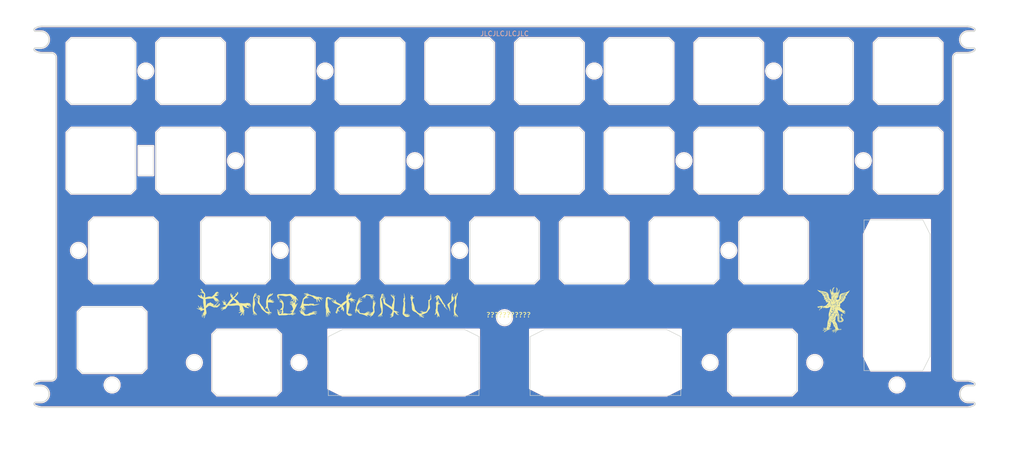
<source format=kicad_pcb>
(kicad_pcb (version 20221018) (generator pcbnew)
  (layers (0 "F.Cu" signal) (31 "B.Cu" signal) (34 "B.Paste" user) (35 "F.Paste" user) (36 "B.SilkS" user "B.Silkscreen") (37 "F.SilkS" user "F.Silkscreen") (38 "B.Mask" user) (39 "F.Mask" user) (44 "Edge.Cuts" user))
  (net 0 "")
  (net 1 "GND")
  (footprint "cipulot_parts:ecs_plate_cut_1U" (layer "F.Cu") (at 41.275 33.3375)
    (fp_text reference "REF**")
    (fp_text value "Value " hide)
    (fp_line (start -7.3 -6) (end -7.3 6) (stroke (width 0.12)) (layer "Edge.Cuts"))
    (fp_line (start -7.3 6) (end -6.3 7) (stroke (width 0.12)) (layer "Edge.Cuts"))
    (fp_line (start -6.3 -7) (end -7.3 -6) (stroke (width 0.12)) (layer "Edge.Cuts"))
    (fp_line (start -6.3 7) (end 6.3 7) (stroke (width 0.12)) (layer "Edge.Cuts"))
    (fp_line (start 6.3 -7) (end -6.3 -7) (stroke (width 0.12)) (layer "Edge.Cuts"))
    (fp_line (start 6.3 -7) (end 7.3 -6) (stroke (width 0.12)) (layer "Edge.Cuts"))
    (fp_line (start 6.3 7) (end 7.3 6) (stroke (width 0.12)) (layer "Edge.Cuts"))
    (fp_line (start 7.3 6) (end 7.3 -6) (stroke (width 0.12)) (layer "Edge.Cuts"))
  )
  (footprint "cipulot_parts:ecs_plate_cut_1U" (layer "F.Cu") (at 60.325 52.3875)
    (fp_text reference "REF**")
    (fp_text value "Value " hide)
    (fp_line (start -7.3 -6) (end -7.3 6) (stroke (width 0.12)) (layer "Edge.Cuts"))
    (fp_line (start -7.3 6) (end -6.3 7) (stroke (width 0.12)) (layer "Edge.Cuts"))
    (fp_line (start -6.3 -7) (end -7.3 -6) (stroke (width 0.12)) (layer "Edge.Cuts"))
    (fp_line (start -6.3 7) (end 6.3 7) (stroke (width 0.12)) (layer "Edge.Cuts"))
    (fp_line (start 6.3 -7) (end -6.3 -7) (stroke (width 0.12)) (layer "Edge.Cuts"))
    (fp_line (start 6.3 -7) (end 7.3 -6) (stroke (width 0.12)) (layer "Edge.Cuts"))
    (fp_line (start 6.3 7) (end 7.3 6) (stroke (width 0.12)) (layer "Edge.Cuts"))
    (fp_line (start 7.3 6) (end 7.3 -6) (stroke (width 0.12)) (layer "Edge.Cuts"))
  )
  (footprint "cipulot_parts:ecs_plate_cut_1U" (layer "F.Cu") (at 60.325 33.3375)
    (fp_text reference "REF**")
    (fp_text value "Value " hide)
    (fp_line (start -7.3 -6) (end -7.3 6) (stroke (width 0.12)) (layer "Edge.Cuts"))
    (fp_line (start -7.3 6) (end -6.3 7) (stroke (width 0.12)) (layer "Edge.Cuts"))
    (fp_line (start -6.3 -7) (end -7.3 -6) (stroke (width 0.12)) (layer "Edge.Cuts"))
    (fp_line (start -6.3 7) (end 6.3 7) (stroke (width 0.12)) (layer "Edge.Cuts"))
    (fp_line (start 6.3 -7) (end -6.3 -7) (stroke (width 0.12)) (layer "Edge.Cuts"))
    (fp_line (start 6.3 -7) (end 7.3 -6) (stroke (width 0.12)) (layer "Edge.Cuts"))
    (fp_line (start 6.3 7) (end 7.3 6) (stroke (width 0.12)) (layer "Edge.Cuts"))
    (fp_line (start 7.3 6) (end 7.3 -6) (stroke (width 0.12)) (layer "Edge.Cuts"))
  )
  (footprint "cipulot_parts:ecs_plate_cut_1U" (layer "F.Cu") (at 212.725 33.3375)
    (fp_text reference "REF**")
    (fp_text value "Value " hide)
    (fp_line (start -7.3 -6) (end -7.3 6) (stroke (width 0.12)) (layer "Edge.Cuts"))
    (fp_line (start -7.3 6) (end -6.3 7) (stroke (width 0.12)) (layer "Edge.Cuts"))
    (fp_line (start -6.3 -7) (end -7.3 -6) (stroke (width 0.12)) (layer "Edge.Cuts"))
    (fp_line (start -6.3 7) (end 6.3 7) (stroke (width 0.12)) (layer "Edge.Cuts"))
    (fp_line (start 6.3 -7) (end -6.3 -7) (stroke (width 0.12)) (layer "Edge.Cuts"))
    (fp_line (start 6.3 -7) (end 7.3 -6) (stroke (width 0.12)) (layer "Edge.Cuts"))
    (fp_line (start 6.3 7) (end 7.3 6) (stroke (width 0.12)) (layer "Edge.Cuts"))
    (fp_line (start 7.3 6) (end 7.3 -6) (stroke (width 0.12)) (layer "Edge.Cuts"))
  )
  (footprint "cipulot_parts:ecs_plate_cut_1U" (layer "F.Cu") (at 146.05 71.4375)
    (fp_text reference "REF**")
    (fp_text value "Value " hide)
    (fp_line (start -7.3 -6) (end -7.3 6) (stroke (width 0.12)) (layer "Edge.Cuts"))
    (fp_line (start -7.3 6) (end -6.3 7) (stroke (width 0.12)) (layer "Edge.Cuts"))
    (fp_line (start -6.3 -7) (end -7.3 -6) (stroke (width 0.12)) (layer "Edge.Cuts"))
    (fp_line (start -6.3 7) (end 6.3 7) (stroke (width 0.12)) (layer "Edge.Cuts"))
    (fp_line (start 6.3 -7) (end -6.3 -7) (stroke (width 0.12)) (layer "Edge.Cuts"))
    (fp_line (start 6.3 -7) (end 7.3 -6) (stroke (width 0.12)) (layer "Edge.Cuts"))
    (fp_line (start 6.3 7) (end 7.3 6) (stroke (width 0.12)) (layer "Edge.Cuts"))
    (fp_line (start 7.3 6) (end 7.3 -6) (stroke (width 0.12)) (layer "Edge.Cuts"))
  )
  (footprint "cipulot_parts:ecs_plate_cut_1U" (layer "F.Cu") (at 46.0375 71.4375)
    (fp_text reference "REF**")
    (fp_text value "Value " hide)
    (fp_line (start -7.3 -6) (end -7.3 6) (stroke (width 0.12)) (layer "Edge.Cuts"))
    (fp_line (start -7.3 6) (end -6.3 7) (stroke (width 0.12)) (layer "Edge.Cuts"))
    (fp_line (start -6.3 -7) (end -7.3 -6) (stroke (width 0.12)) (layer "Edge.Cuts"))
    (fp_line (start -6.3 7) (end 6.3 7) (stroke (width 0.12)) (layer "Edge.Cuts"))
    (fp_line (start 6.3 -7) (end -6.3 -7) (stroke (width 0.12)) (layer "Edge.Cuts"))
    (fp_line (start 6.3 -7) (end 7.3 -6) (stroke (width 0.12)) (layer "Edge.Cuts"))
    (fp_line (start 6.3 7) (end 7.3 6) (stroke (width 0.12)) (layer "Edge.Cuts"))
    (fp_line (start 7.3 6) (end 7.3 -6) (stroke (width 0.12)) (layer "Edge.Cuts"))
  )
  (footprint "LOGO" (layer "F.Cu") (at 196.85 84.1375)
    (fp_text reference "G***" hide)
    (fp_text value "LOGO" hide)
  )
  (footprint "cipulot_parts:ecs_plate_cut_1U" (layer "F.Cu") (at 88.9 71.4375)
    (fp_text reference "REF**")
    (fp_text value "Value " hide)
    (fp_line (start -7.3 -6) (end -7.3 6) (stroke (width 0.12)) (layer "Edge.Cuts"))
    (fp_line (start -7.3 6) (end -6.3 7) (stroke (width 0.12)) (layer "Edge.Cuts"))
    (fp_line (start -6.3 -7) (end -7.3 -6) (stroke (width 0.12)) (layer "Edge.Cuts"))
    (fp_line (start -6.3 7) (end 6.3 7) (stroke (width 0.12)) (layer "Edge.Cuts"))
    (fp_line (start 6.3 -7) (end -6.3 -7) (stroke (width 0.12)) (layer "Edge.Cuts"))
    (fp_line (start 6.3 -7) (end 7.3 -6) (stroke (width 0.12)) (layer "Edge.Cuts"))
    (fp_line (start 6.3 7) (end 7.3 6) (stroke (width 0.12)) (layer "Edge.Cuts"))
    (fp_line (start 7.3 6) (end 7.3 -6) (stroke (width 0.12)) (layer "Edge.Cuts"))
  )
  (footprint "cipulot_parts:ecs_plate_cut_1U" (layer "F.Cu") (at 117.475 33.3375)
    (fp_text reference "REF**")
    (fp_text value "Value " hide)
    (fp_line (start -7.3 -6) (end -7.3 6) (stroke (width 0.12)) (layer "Edge.Cuts"))
    (fp_line (start -7.3 6) (end -6.3 7) (stroke (width 0.12)) (layer "Edge.Cuts"))
    (fp_line (start -6.3 -7) (end -7.3 -6) (stroke (width 0.12)) (layer "Edge.Cuts"))
    (fp_line (start -6.3 7) (end 6.3 7) (stroke (width 0.12)) (layer "Edge.Cuts"))
    (fp_line (start 6.3 -7) (end -6.3 -7) (stroke (width 0.12)) (layer "Edge.Cuts"))
    (fp_line (start 6.3 -7) (end 7.3 -6) (stroke (width 0.12)) (layer "Edge.Cuts"))
    (fp_line (start 6.3 7) (end 7.3 6) (stroke (width 0.12)) (layer "Edge.Cuts"))
    (fp_line (start 7.3 6) (end 7.3 -6) (stroke (width 0.12)) (layer "Edge.Cuts"))
  )
  (footprint "cipulot_parts:ecs_plate_cut_1U" (layer "F.Cu") (at 79.375 52.3875)
    (fp_text reference "REF**")
    (fp_text value "Value " hide)
    (fp_line (start -7.3 -6) (end -7.3 6) (stroke (width 0.12)) (layer "Edge.Cuts"))
    (fp_line (start -7.3 6) (end -6.3 7) (stroke (width 0.12)) (layer "Edge.Cuts"))
    (fp_line (start -6.3 -7) (end -7.3 -6) (stroke (width 0.12)) (layer "Edge.Cuts"))
    (fp_line (start -6.3 7) (end 6.3 7) (stroke (width 0.12)) (layer "Edge.Cuts"))
    (fp_line (start 6.3 -7) (end -6.3 -7) (stroke (width 0.12)) (layer "Edge.Cuts"))
    (fp_line (start 6.3 -7) (end 7.3 -6) (stroke (width 0.12)) (layer "Edge.Cuts"))
    (fp_line (start 6.3 7) (end 7.3 6) (stroke (width 0.12)) (layer "Edge.Cuts"))
    (fp_line (start 7.3 6) (end 7.3 -6) (stroke (width 0.12)) (layer "Edge.Cuts"))
  )
  (footprint "cipulot_parts:ecs_plate_cut_1U" (layer "F.Cu") (at 193.675 52.3875)
    (fp_text reference "REF**")
    (fp_text value "Value " hide)
    (fp_line (start -7.3 -6) (end -7.3 6) (stroke (width 0.12)) (layer "Edge.Cuts"))
    (fp_line (start -7.3 6) (end -6.3 7) (stroke (width 0.12)) (layer "Edge.Cuts"))
    (fp_line (start -6.3 -7) (end -7.3 -6) (stroke (width 0.12)) (layer "Edge.Cuts"))
    (fp_line (start -6.3 7) (end 6.3 7) (stroke (width 0.12)) (layer "Edge.Cuts"))
    (fp_line (start 6.3 -7) (end -6.3 -7) (stroke (width 0.12)) (layer "Edge.Cuts"))
    (fp_line (start 6.3 -7) (end 7.3 -6) (stroke (width 0.12)) (layer "Edge.Cuts"))
    (fp_line (start 6.3 7) (end 7.3 6) (stroke (width 0.12)) (layer "Edge.Cuts"))
    (fp_line (start 7.3 6) (end 7.3 -6) (stroke (width 0.12)) (layer "Edge.Cuts"))
  )
  (footprint "cipulot_parts:ecs_plate_cut_1U" (layer "F.Cu") (at 98.425 52.3875)
    (fp_text reference "REF**")
    (fp_text value "Value " hide)
    (fp_line (start -7.3 -6) (end -7.3 6) (stroke (width 0.12)) (layer "Edge.Cuts"))
    (fp_line (start -7.3 6) (end -6.3 7) (stroke (width 0.12)) (layer "Edge.Cuts"))
    (fp_line (start -6.3 -7) (end -7.3 -6) (stroke (width 0.12)) (layer "Edge.Cuts"))
    (fp_line (start -6.3 7) (end 6.3 7) (stroke (width 0.12)) (layer "Edge.Cuts"))
    (fp_line (start 6.3 -7) (end -6.3 -7) (stroke (width 0.12)) (layer "Edge.Cuts"))
    (fp_line (start 6.3 -7) (end 7.3 -6) (stroke (width 0.12)) (layer "Edge.Cuts"))
    (fp_line (start 6.3 7) (end 7.3 6) (stroke (width 0.12)) (layer "Edge.Cuts"))
    (fp_line (start 7.3 6) (end 7.3 -6) (stroke (width 0.12)) (layer "Edge.Cuts"))
  )
  (footprint "cipulot_parts:ecs_plate_cut_1U" (layer "F.Cu") (at 107.95 71.4375)
    (fp_text reference "REF**")
    (fp_text value "Value " hide)
    (fp_line (start -7.3 -6) (end -7.3 6) (stroke (width 0.12)) (layer "Edge.Cuts"))
    (fp_line (start -7.3 6) (end -6.3 7) (stroke (width 0.12)) (layer "Edge.Cuts"))
    (fp_line (start -6.3 -7) (end -7.3 -6) (stroke (width 0.12)) (layer "Edge.Cuts"))
    (fp_line (start -6.3 7) (end 6.3 7) (stroke (width 0.12)) (layer "Edge.Cuts"))
    (fp_line (start 6.3 -7) (end -6.3 -7) (stroke (width 0.12)) (layer "Edge.Cuts"))
    (fp_line (start 6.3 -7) (end 7.3 -6) (stroke (width 0.12)) (layer "Edge.Cuts"))
    (fp_line (start 6.3 7) (end 7.3 6) (stroke (width 0.12)) (layer "Edge.Cuts"))
    (fp_line (start 7.3 6) (end 7.3 -6) (stroke (width 0.12)) (layer "Edge.Cuts"))
  )
  (footprint "LOGO" (layer "F.Cu") (at 88.9 82.55)
    (fp_text reference "G***" hide)
    (fp_text value "LOGO" hide)
  )
  (footprint "cipulot_parts:ecs_plate_cut_1U" (layer "F.Cu") (at 72.23125 95.25)
    (fp_text reference "REF**")
    (fp_text value "Value " hide)
    (fp_line (start -7.3 -6) (end -7.3 6) (stroke (width 0.12)) (layer "Edge.Cuts"))
    (fp_line (start -7.3 6) (end -6.3 7) (stroke (width 0.12)) (layer "Edge.Cuts"))
    (fp_line (start -6.3 -7) (end -7.3 -6) (stroke (width 0.12)) (layer "Edge.Cuts"))
    (fp_line (start -6.3 7) (end 6.3 7) (stroke (width 0.12)) (layer "Edge.Cuts"))
    (fp_line (start 6.3 -7) (end -6.3 -7) (stroke (width 0.12)) (layer "Edge.Cuts"))
    (fp_line (start 6.3 -7) (end 7.3 -6) (stroke (width 0.12)) (layer "Edge.Cuts"))
    (fp_line (start 6.3 7) (end 7.3 6) (stroke (width 0.12)) (layer "Edge.Cuts"))
    (fp_line (start 7.3 6) (end 7.3 -6) (stroke (width 0.12)) (layer "Edge.Cuts"))
  )
  (footprint "cipulot_parts:ecs_plate_cut_1U" (layer "F.Cu") (at 174.625 33.3375)
    (fp_text reference "REF**")
    (fp_text value "Value " hide)
    (fp_line (start -7.3 -6) (end -7.3 6) (stroke (width 0.12)) (layer "Edge.Cuts"))
    (fp_line (start -7.3 6) (end -6.3 7) (stroke (width 0.12)) (layer "Edge.Cuts"))
    (fp_line (start -6.3 -7) (end -7.3 -6) (stroke (width 0.12)) (layer "Edge.Cuts"))
    (fp_line (start -6.3 7) (end 6.3 7) (stroke (width 0.12)) (layer "Edge.Cuts"))
    (fp_line (start 6.3 -7) (end -6.3 -7) (stroke (width 0.12)) (layer "Edge.Cuts"))
    (fp_line (start 6.3 -7) (end 7.3 -6) (stroke (width 0.12)) (layer "Edge.Cuts"))
    (fp_line (start 6.3 7) (end 7.3 6) (stroke (width 0.12)) (layer "Edge.Cuts"))
    (fp_line (start 7.3 6) (end 7.3 -6) (stroke (width 0.12)) (layer "Edge.Cuts"))
  )
  (footprint "cipulot_parts:ecs_plate_cut_1U" (layer "F.Cu") (at 69.85 71.4375)
    (fp_text reference "REF**")
    (fp_text value "Value " hide)
    (fp_line (start -7.3 -6) (end -7.3 6) (stroke (width 0.12)) (layer "Edge.Cuts"))
    (fp_line (start -7.3 6) (end -6.3 7) (stroke (width 0.12)) (layer "Edge.Cuts"))
    (fp_line (start -6.3 -7) (end -7.3 -6) (stroke (width 0.12)) (layer "Edge.Cuts"))
    (fp_line (start -6.3 7) (end 6.3 7) (stroke (width 0.12)) (layer "Edge.Cuts"))
    (fp_line (start 6.3 -7) (end -6.3 -7) (stroke (width 0.12)) (layer "Edge.Cuts"))
    (fp_line (start 6.3 -7) (end 7.3 -6) (stroke (width 0.12)) (layer "Edge.Cuts"))
    (fp_line (start 6.3 7) (end 7.3 6) (stroke (width 0.12)) (layer "Edge.Cuts"))
    (fp_line (start 7.3 6) (end 7.3 -6) (stroke (width 0.12)) (layer "Edge.Cuts"))
  )
  (footprint "cipulot_parts:ecs_plate_cut_1U" (layer "F.Cu") (at 43.65625 90.4875)
    (fp_text reference "REF**")
    (fp_text value "Value " hide)
    (fp_line (start -7.3 -6) (end -7.3 6) (stroke (width 0.12)) (layer "Edge.Cuts"))
    (fp_line (start -7.3 6) (end -6.3 7) (stroke (width 0.12)) (layer "Edge.Cuts"))
    (fp_line (start -6.3 -7) (end -7.3 -6) (stroke (width 0.12)) (layer "Edge.Cuts"))
    (fp_line (start -6.3 7) (end 6.3 7) (stroke (width 0.12)) (layer "Edge.Cuts"))
    (fp_line (start 6.3 -7) (end -6.3 -7) (stroke (width 0.12)) (layer "Edge.Cuts"))
    (fp_line (start 6.3 -7) (end 7.3 -6) (stroke (width 0.12)) (layer "Edge.Cuts"))
    (fp_line (start 6.3 7) (end 7.3 6) (stroke (width 0.12)) (layer "Edge.Cuts"))
    (fp_line (start 7.3 6) (end 7.3 -6) (stroke (width 0.12)) (layer "Edge.Cuts"))
  )
  (footprint "cipulot_parts:ecs_plate_cut_2U" (layer "F.Cu") (at 148.43125 95.25 180)
    (fp_text reference "REF**")
    (fp_text value "Value " hide)
    (fp_line (start -16 -7) (end 16 -7) (stroke (width 0.12)) (layer "Edge.Cuts"))
    (fp_line (start -16 0) (end -16 -7) (stroke (width 0.12)) (layer "Edge.Cuts"))
    (fp_line (start -16 0) (end -16 5.5) (stroke (width 0.12)) (layer "Edge.Cuts"))
    (fp_line (start -16 5.5) (end -13 7) (stroke (width 0.12)) (layer "Edge.Cuts"))
    (fp_line (start 13 7) (end -13 7) (stroke (width 0.12)) (layer "Edge.Cuts"))
    (fp_line (start 16 -7) (end 16 0) (stroke (width 0.12)) (layer "Edge.Cuts"))
    (fp_line (start 16 0) (end 16 5.5) (stroke (width 0.12)) (layer "Edge.Cuts"))
    (fp_line (start 16 5.5) (end 13 7) (stroke (width 0.12)) (layer "Edge.Cuts"))
  )
  (footprint "cipulot_parts:ecs_plate_cut_2U" (layer "F.Cu") (at 210.34375 80.9625 90)
    (fp_text reference "REF**")
    (fp_text value "Value " hide)
    (fp_line (start -16 -7) (end 16 -7) (stroke (width 0.12)) (layer "Edge.Cuts"))
    (fp_line (start -16 0) (end -16 -7) (stroke (width 0.12)) (layer "Edge.Cuts"))
    (fp_line (start -16 0) (end -16 5.5) (stroke (width 0.12)) (layer "Edge.Cuts"))
    (fp_line (start -16 5.5) (end -13 7) (stroke (width 0.12)) (layer "Edge.Cuts"))
    (fp_line (start 13 7) (end -13 7) (stroke (width 0.12)) (layer "Edge.Cuts"))
    (fp_line (start 16 -7) (end 16 0) (stroke (width 0.12)) (layer "Edge.Cuts"))
    (fp_line (start 16 0) (end 16 5.5) (stroke (width 0.12)) (layer "Edge.Cuts"))
    (fp_line (start 16 5.5) (end 13 7) (stroke (width 0.12)) (layer "Edge.Cuts"))
  )
  (footprint "cipulot_parts:ecs_plate_cut_1U" (layer "F.Cu") (at 155.575 52.3875)
    (fp_text reference "REF**")
    (fp_text value "Value " hide)
    (fp_line (start -7.3 -6) (end -7.3 6) (stroke (width 0.12)) (layer "Edge.Cuts"))
    (fp_line (start -7.3 6) (end -6.3 7) (stroke (width 0.12)) (layer "Edge.Cuts"))
    (fp_line (start -6.3 -7) (end -7.3 -6) (stroke (width 0.12)) (layer "Edge.Cuts"))
    (fp_line (start -6.3 7) (end 6.3 7) (stroke (width 0.12)) (layer "Edge.Cuts"))
    (fp_line (start 6.3 -7) (end -6.3 -7) (stroke (width 0.12)) (layer "Edge.Cuts"))
    (fp_line (start 6.3 -7) (end 7.3 -6) (stroke (width 0.12)) (layer "Edge.Cuts"))
    (fp_line (start 6.3 7) (end 7.3 6) (stroke (width 0.12)) (layer "Edge.Cuts"))
    (fp_line (start 7.3 6) (end 7.3 -6) (stroke (width 0.12)) (layer "Edge.Cuts"))
  )
  (footprint "cipulot_parts:ecs_plate_cut_1U" (layer "F.Cu") (at 136.525 52.3875)
    (fp_text reference "REF**")
    (fp_text value "Value " hide)
    (fp_line (start -7.3 -6) (end -7.3 6) (stroke (width 0.12)) (layer "Edge.Cuts"))
    (fp_line (start -7.3 6) (end -6.3 7) (stroke (width 0.12)) (layer "Edge.Cuts"))
    (fp_line (start -6.3 -7) (end -7.3 -6) (stroke (width 0.12)) (layer "Edge.Cuts"))
    (fp_line (start -6.3 7) (end 6.3 7) (stroke (width 0.12)) (layer "Edge.Cuts"))
    (fp_line (start 6.3 -7) (end -6.3 -7) (stroke (width 0.12)) (layer "Edge.Cuts"))
    (fp_line (start 6.3 -7) (end 7.3 -6) (stroke (width 0.12)) (layer "Edge.Cuts"))
    (fp_line (start 6.3 7) (end 7.3 6) (stroke (width 0.12)) (layer "Edge.Cuts"))
    (fp_line (start 7.3 6) (end 7.3 -6) (stroke (width 0.12)) (layer "Edge.Cuts"))
  )
  (footprint "cipulot_parts:ecs_plate_cut_1U" (layer "F.Cu") (at 184.15 71.4375)
    (fp_text reference "REF**")
    (fp_text value "Value " hide)
    (fp_line (start -7.3 -6) (end -7.3 6) (stroke (width 0.12)) (layer "Edge.Cuts"))
    (fp_line (start -7.3 6) (end -6.3 7) (stroke (width 0.12)) (layer "Edge.Cuts"))
    (fp_line (start -6.3 -7) (end -7.3 -6) (stroke (width 0.12)) (layer "Edge.Cuts"))
    (fp_line (start -6.3 7) (end 6.3 7) (stroke (width 0.12)) (layer "Edge.Cuts"))
    (fp_line (start 6.3 -7) (end -6.3 -7) (stroke (width 0.12)) (layer "Edge.Cuts"))
    (fp_line (start 6.3 -7) (end 7.3 -6) (stroke (width 0.12)) (layer "Edge.Cuts"))
    (fp_line (start 6.3 7) (end 7.3 6) (stroke (width 0.12)) (layer "Edge.Cuts"))
    (fp_line (start 7.3 6) (end 7.3 -6) (stroke (width 0.12)) (layer "Edge.Cuts"))
  )
  (footprint "cipulot_parts:ecs_plate_cut_1U" (layer "F.Cu") (at 181.76875 95.25)
    (fp_text reference "REF**")
    (fp_text value "Value " hide)
    (fp_line (start -7.3 -6) (end -7.3 6) (stroke (width 0.12)) (layer "Edge.Cuts"))
    (fp_line (start -7.3 6) (end -6.3 7) (stroke (width 0.12)) (layer "Edge.Cuts"))
    (fp_line (start -6.3 -7) (end -7.3 -6) (stroke (width 0.12)) (layer "Edge.Cuts"))
    (fp_line (start -6.3 7) (end 6.3 7) (stroke (width 0.12)) (layer "Edge.Cuts"))
    (fp_line (start 6.3 -7) (end -6.3 -7) (stroke (width 0.12)) (layer "Edge.Cuts"))
    (fp_line (start 6.3 -7) (end 7.3 -6) (stroke (width 0.12)) (layer "Edge.Cuts"))
    (fp_line (start 6.3 7) (end 7.3 6) (stroke (width 0.12)) (layer "Edge.Cuts"))
    (fp_line (start 7.3 6) (end 7.3 -6) (stroke (width 0.12)) (layer "Edge.Cuts"))
  )
  (footprint "cipulot_parts:ecs_plate_cut_1U" (layer "F.Cu") (at 136.525 33.3375)
    (fp_text reference "REF**")
    (fp_text value "Value " hide)
    (fp_line (start -7.3 -6) (end -7.3 6) (stroke (width 0.12)) (layer "Edge.Cuts"))
    (fp_line (start -7.3 6) (end -6.3 7) (stroke (width 0.12)) (layer "Edge.Cuts"))
    (fp_line (start -6.3 -7) (end -7.3 -6) (stroke (width 0.12)) (layer "Edge.Cuts"))
    (fp_line (start -6.3 7) (end 6.3 7) (stroke (width 0.12)) (layer "Edge.Cuts"))
    (fp_line (start 6.3 -7) (end -6.3 -7) (stroke (width 0.12)) (layer "Edge.Cuts"))
    (fp_line (start 6.3 -7) (end 7.3 -6) (stroke (width 0.12)) (layer "Edge.Cuts"))
    (fp_line (start 6.3 7) (end 7.3 6) (stroke (width 0.12)) (layer "Edge.Cuts"))
    (fp_line (start 7.3 6) (end 7.3 -6) (stroke (width 0.12)) (layer "Edge.Cuts"))
  )
  (footprint "cipulot_parts:ecs_plate_cut_1U" (layer "F.Cu") (at 165.1 71.4375)
    (fp_text reference "REF**")
    (fp_text value "Value " hide)
    (fp_line (start -7.3 -6) (end -7.3 6) (stroke (width 0.12)) (layer "Edge.Cuts"))
    (fp_line (start -7.3 6) (end -6.3 7) (stroke (width 0.12)) (layer "Edge.Cuts"))
    (fp_line (start -6.3 -7) (end -7.3 -6) (stroke (width 0.12)) (layer "Edge.Cuts"))
    (fp_line (start -6.3 7) (end 6.3 7) (stroke (width 0.12)) (layer "Edge.Cuts"))
    (fp_line (start 6.3 -7) (end -6.3 -7) (stroke (width 0.12)) (layer "Edge.Cuts"))
    (fp_line (start 6.3 -7) (end 7.3 -6) (stroke (width 0.12)) (layer "Edge.Cuts"))
    (fp_line (start 6.3 7) (end 7.3 6) (stroke (width 0.12)) (layer "Edge.Cuts"))
    (fp_line (start 7.3 6) (end 7.3 -6) (stroke (width 0.12)) (layer "Edge.Cuts"))
  )
  (footprint "cipulot_parts:ecs_plate_cut_1U" (layer "F.Cu") (at 117.475 52.3875)
    (fp_text reference "REF**")
    (fp_text value "Value " hide)
    (fp_line (start -7.3 -6) (end -7.3 6) (stroke (width 0.12)) (layer "Edge.Cuts"))
    (fp_line (start -7.3 6) (end -6.3 7) (stroke (width 0.12)) (layer "Edge.Cuts"))
    (fp_line (start -6.3 -7) (end -7.3 -6) (stroke (width 0.12)) (layer "Edge.Cuts"))
    (fp_line (start -6.3 7) (end 6.3 7) (stroke (width 0.12)) (layer "Edge.Cuts"))
    (fp_line (start 6.3 -7) (end -6.3 -7) (stroke (width 0.12)) (layer "Edge.Cuts"))
    (fp_line (start 6.3 -7) (end 7.3 -6) (stroke (width 0.12)) (layer "Edge.Cuts"))
    (fp_line (start 6.3 7) (end 7.3 6) (stroke (width 0.12)) (layer "Edge.Cuts"))
    (fp_line (start 7.3 6) (end 7.3 -6) (stroke (width 0.12)) (layer "Edge.Cuts"))
  )
  (footprint "cipulot_parts:ecs_plate_cut_1U" (layer "F.Cu") (at 155.575 33.3375)
    (fp_text reference "REF**")
    (fp_text value "Value " hide)
    (fp_line (start -7.3 -6) (end -7.3 6) (stroke (width 0.12)) (layer "Edge.Cuts"))
    (fp_line (start -7.3 6) (end -6.3 7) (stroke (width 0.12)) (layer "Edge.Cuts"))
    (fp_line (start -6.3 -7) (end -7.3 -6) (stroke (width 0.12)) (layer "Edge.Cuts"))
    (fp_line (start -6.3 7) (end 6.3 7) (stroke (width 0.12)) (layer "Edge.Cuts"))
    (fp_line (start 6.3 -7) (end -6.3 -7) (stroke (width 0.12)) (layer "Edge.Cuts"))
    (fp_line (start 6.3 -7) (end 7.3 -6) (stroke (width 0.12)) (layer "Edge.Cuts"))
    (fp_line (start 6.3 7) (end 7.3 6) (stroke (width 0.12)) (layer "Edge.Cuts"))
    (fp_line (start 7.3 6) (end 7.3 -6) (stroke (width 0.12)) (layer "Edge.Cuts"))
  )
  (footprint "cipulot_parts:ecs_plate_cut_1U" (layer "F.Cu") (at 98.425 33.3375)
    (fp_text reference "REF**")
    (fp_text value "Value " hide)
    (fp_line (start -7.3 -6) (end -7.3 6) (stroke (width 0.12)) (layer "Edge.Cuts"))
    (fp_line (start -7.3 6) (end -6.3 7) (stroke (width 0.12)) (layer "Edge.Cuts"))
    (fp_line (start -6.3 -7) (end -7.3 -6) (stroke (width 0.12)) (layer "Edge.Cuts"))
    (fp_line (start -6.3 7) (end 6.3 7) (stroke (width 0.12)) (layer "Edge.Cuts"))
    (fp_line (start 6.3 -7) (end -6.3 -7) (stroke (width 0.12)) (layer "Edge.Cuts"))
    (fp_line (start 6.3 -7) (end 7.3 -6) (stroke (width 0.12)) (layer "Edge.Cuts"))
    (fp_line (start 6.3 7) (end 7.3 6) (stroke (width 0.12)) (layer "Edge.Cuts"))
    (fp_line (start 7.3 6) (end 7.3 -6) (stroke (width 0.12)) (layer "Edge.Cuts"))
  )
  (footprint "cipulot_parts:ecs_plate_cut_1U" (layer "F.Cu") (at 174.625 52.3875)
    (fp_text reference "REF**")
    (fp_text value "Value " hide)
    (fp_line (start -7.3 -6) (end -7.3 6) (stroke (width 0.12)) (layer "Edge.Cuts"))
    (fp_line (start -7.3 6) (end -6.3 7) (stroke (width 0.12)) (layer "Edge.Cuts"))
    (fp_line (start -6.3 -7) (end -7.3 -6) (stroke (width 0.12)) (layer "Edge.Cuts"))
    (fp_line (start -6.3 7) (end 6.3 7) (stroke (width 0.12)) (layer "Edge.Cuts"))
    (fp_line (start 6.3 -7) (end -6.3 -7) (stroke (width 0.12)) (layer "Edge.Cuts"))
    (fp_line (start 6.3 -7) (end 7.3 -6) (stroke (width 0.12)) (layer "Edge.Cuts"))
    (fp_line (start 6.3 7) (end 7.3 6) (stroke (width 0.12)) (layer "Edge.Cuts"))
    (fp_line (start 7.3 6) (end 7.3 -6) (stroke (width 0.12)) (layer "Edge.Cuts"))
  )
  (footprint "cipulot_parts:ecs_plate_cut_1U" (layer "F.Cu") (at 127 71.4375)
    (fp_text reference "REF**")
    (fp_text value "Value " hide)
    (fp_line (start -7.3 -6) (end -7.3 6) (stroke (width 0.12)) (layer "Edge.Cuts"))
    (fp_line (start -7.3 6) (end -6.3 7) (stroke (width 0.12)) (layer "Edge.Cuts"))
    (fp_line (start -6.3 -7) (end -7.3 -6) (stroke (width 0.12)) (layer "Edge.Cuts"))
    (fp_line (start -6.3 7) (end 6.3 7) (stroke (width 0.12)) (layer "Edge.Cuts"))
    (fp_line (start 6.3 -7) (end -6.3 -7) (stroke (width 0.12)) (layer "Edge.Cuts"))
    (fp_line (start 6.3 -7) (end 7.3 -6) (stroke (width 0.12)) (layer "Edge.Cuts"))
    (fp_line (start 6.3 7) (end 7.3 6) (stroke (width 0.12)) (layer "Edge.Cuts"))
    (fp_line (start 7.3 6) (end 7.3 -6) (stroke (width 0.12)) (layer "Edge.Cuts"))
  )
  (footprint "cipulot_parts:ecs_plate_cut_1U" (layer "F.Cu") (at 41.275 52.3875)
    (fp_text reference "REF**")
    (fp_text value "Value " hide)
    (fp_line (start -7.3 -6) (end -7.3 6) (stroke (width 0.12)) (layer "Edge.Cuts"))
    (fp_line (start -7.3 6) (end -6.3 7) (stroke (width 0.12)) (layer "Edge.Cuts"))
    (fp_line (start -6.3 -7) (end -7.3 -6) (stroke (width 0.12)) (layer "Edge.Cuts"))
    (fp_line (start -6.3 7) (end 6.3 7) (stroke (width 0.12)) (layer "Edge.Cuts"))
    (fp_line (start 6.3 -7) (end -6.3 -7) (stroke (width 0.12)) (layer "Edge.Cuts"))
    (fp_line (start 6.3 -7) (end 7.3 -6) (stroke (width 0.12)) (layer "Edge.Cuts"))
    (fp_line (start 6.3 7) (end 7.3 6) (stroke (width 0.12)) (layer "Edge.Cuts"))
    (fp_line (start 7.3 6) (end 7.3 -6) (stroke (width 0.12)) (layer "Edge.Cuts"))
  )
  (footprint "cipulot_parts:ecs_plate_cut_2U" (layer "F.Cu") (at 105.56875 95.25 180)
    (fp_text reference "REF**")
    (fp_text value "Value " hide)
    (fp_line (start -16 -7) (end 16 -7) (stroke (width 0.12)) (layer "Edge.Cuts"))
    (fp_line (start -16 0) (end -16 -7) (stroke (width 0.12)) (layer "Edge.Cuts"))
    (fp_line (start -16 0) (end -16 5.5) (stroke (width 0.12)) (layer "Edge.Cuts"))
    (fp_line (start -16 5.5) (end -13 7) (stroke (width 0.12)) (layer "Edge.Cuts"))
    (fp_line (start 13 7) (end -13 7) (stroke (width 0.12)) (layer "Edge.Cuts"))
    (fp_line (start 16 -7) (end 16 0) (stroke (width 0.12)) (layer "Edge.Cuts"))
    (fp_line (start 16 0) (end 16 5.5) (stroke (width 0.12)) (layer "Edge.Cuts"))
    (fp_line (start 16 5.5) (end 13 7) (stroke (width 0.12)) (layer "Edge.Cuts"))
  )
  (footprint "cipulot_parts:ecs_plate_cut_1U" (layer "F.Cu") (at 79.375 33.3375)
    (fp_text reference "REF**")
    (fp_text value "Value " hide)
    (fp_line (start -7.3 -6) (end -7.3 6) (stroke (width 0.12)) (layer "Edge.Cuts"))
    (fp_line (start -7.3 6) (end -6.3 7) (stroke (width 0.12)) (layer "Edge.Cuts"))
    (fp_line (start -6.3 -7) (end -7.3 -6) (stroke (width 0.12)) (layer "Edge.Cuts"))
    (fp_line (start -6.3 7) (end 6.3 7) (stroke (width 0.12)) (layer "Edge.Cuts"))
    (fp_line (start 6.3 -7) (end -6.3 -7) (stroke (width 0.12)) (layer "Edge.Cuts"))
    (fp_line (start 6.3 -7) (end 7.3 -6) (stroke (width 0.12)) (layer "Edge.Cuts"))
    (fp_line (start 6.3 7) (end 7.3 6) (stroke (width 0.12)) (layer "Edge.Cuts"))
    (fp_line (start 7.3 6) (end 7.3 -6) (stroke (width 0.12)) (layer "Edge.Cuts"))
  )
  (footprint "cipulot_parts:ecs_plate_cut_1U" (layer "F.Cu") (at 193.675 33.3375)
    (fp_text reference "REF**")
    (fp_text value "Value " hide)
    (fp_line (start -7.3 -6) (end -7.3 6) (stroke (width 0.12)) (layer "Edge.Cuts"))
    (fp_line (start -7.3 6) (end -6.3 7) (stroke (width 0.12)) (layer "Edge.Cuts"))
    (fp_line (start -6.3 -7) (end -7.3 -6) (stroke (width 0.12)) (layer "Edge.Cuts"))
    (fp_line (start -6.3 7) (end 6.3 7) (stroke (width 0.12)) (layer "Edge.Cuts"))
    (fp_line (start 6.3 -7) (end -6.3 -7) (stroke (width 0.12)) (layer "Edge.Cuts"))
    (fp_line (start 6.3 -7) (end 7.3 -6) (stroke (width 0.12)) (layer "Edge.Cuts"))
    (fp_line (start 6.3 7) (end 7.3 6) (stroke (width 0.12)) (layer "Edge.Cuts"))
    (fp_line (start 7.3 6) (end 7.3 -6) (stroke (width 0.12)) (layer "Edge.Cuts"))
  )
  (footprint "cipulot_parts:ecs_plate_cut_1U" (layer "F.Cu") (at 212.725 52.3875)
    (fp_text reference "REF**")
    (fp_text value "Value " hide)
    (fp_line (start -7.3 -6) (end -7.3 6) (stroke (width 0.12)) (layer "Edge.Cuts"))
    (fp_line (start -7.3 6) (end -6.3 7) (stroke (width 0.12)) (layer "Edge.Cuts"))
    (fp_line (start -6.3 -7) (end -7.3 -6) (stroke (width 0.12)) (layer "Edge.Cuts"))
    (fp_line (start -6.3 7) (end 6.3 7) (stroke (width 0.12)) (layer "Edge.Cuts"))
    (fp_line (start 6.3 -7) (end -6.3 -7) (stroke (width 0.12)) (layer "Edge.Cuts"))
    (fp_line (start 6.3 -7) (end 7.3 -6) (stroke (width 0.12)) (layer "Edge.Cuts"))
    (fp_line (start 6.3 7) (end 7.3 6) (stroke (width 0.12)) (layer "Edge.Cuts"))
    (fp_line (start 7.3 6) (end 7.3 -6) (stroke (width 0.12)) (layer "Edge.Cuts"))
  )
  (gr_arc (start 226.796371 104.319) (mid 226.056102 104.658624) (end 225.25 104.775) (stroke (width 0.2)) (layer "Edge.Cuts"))
  (gr_line (start 222.25 98.075) (end 222.25 30.5125) (stroke (width 0.2)) (layer "Edge.Cuts"))
  (gr_arc (start 226.796369 24.2685) (mid 226.942187 24.661499) (end 226.606464 24.9125) (stroke (width 0.2)) (layer "Edge.Cuts"))
  (gr_line (start 30.75 99.075) (end 28.75 99.075) (stroke (width 0.2)) (layer "Edge.Cuts"))
  (gr_line (start 28.500556 28.4125) (end 27.393534 28.4125) (stroke (width 0.2)) (layer "Edge.Cuts"))
  (gr_arc (start 27.203629 29.0565) (mid 27.057812 28.663501) (end 27.393534 28.4125) (stroke (width 0.2)) (layer "Edge.Cuts"))
  (gr_circle (center 61.11875 95.25) (end 61.11875 93.6625) (stroke (width 0.1)) (fill none) (layer "Edge.Cuts"))
  (gr_circle (center 210.34375 100.0125) (end 210.34375 98.425) (stroke (width 0.1)) (fill none) (layer "Edge.Cuts"))
  (gr_circle (center 192.88125 95.25) (end 192.88125 93.6625) (stroke (width 0.1)) (fill none) (layer "Edge.Cuts"))
  (gr_arc (start 27.393534 24.9125) (mid 27.057795 24.661504) (end 27.203629 24.2685) (stroke (width 0.2)) (layer "Edge.Cuts"))
  (gr_arc (start 28.500556 24.9125) (mid 30.25056 26.6625) (end 28.500556 28.4125) (stroke (width 0.2)) (layer "Edge.Cuts"))
  (gr_circle (center 43.65625 100.0125) (end 43.65625 98.425) (stroke (width 0.1)) (fill none) (layer "Edge.Cuts"))
  (gr_line (start 28.75 29.5125) (end 30.75 29.5125) (stroke (width 0.2)) (layer "Edge.Cuts"))
  (gr_circle (center 165.1 52.3875) (end 165.1 50.8) (stroke (width 0.1)) (fill none) (layer "Edge.Cuts"))
  (gr_arc (start 28.75 29.5125) (mid 27.943898 29.396124) (end 27.203629 29.0565) (stroke (width 0.2)) (layer "Edge.Cuts"))
  (gr_line (start 225.499444 100.175) (end 226.606466 100.175) (stroke (width 0.2)) (layer "Edge.Cuts"))
  (gr_circle (center 36.5125 71.4375) (end 36.5125 69.85) (stroke (width 0.1)) (fill none) (layer "Edge.Cuts"))
  (gr_circle (center 107.95 52.3875) (end 107.95 50.8) (stroke (width 0.1)) (fill none) (layer "Edge.Cuts"))
  (gr_line (start 225.25 23.8125) (end 28.75 23.8125) (stroke (width 0.2)) (layer "Edge.Cuts"))
  (gr_arc (start 30.75 29.5125) (mid 31.457107 29.805393) (end 31.75 30.5125) (stroke (width 0.2)) (layer "Edge.Cuts"))
  (gr_circle (center 83.34375 95.25) (end 83.34375 93.6625) (stroke (width 0.1)) (fill none) (layer "Edge.Cuts"))
  (gr_line (start 226.606466 103.675) (end 225.499444 103.675) (stroke (width 0.2)) (layer "Edge.Cuts"))
  (gr_arc (start 225.499442 28.4125) (mid 223.7494 26.6625) (end 225.499442 24.9125) (stroke (width 0.2)) (layer "Edge.Cuts"))
  (gr_arc (start 226.606464 28.4125) (mid 226.942206 28.663495) (end 226.796369 29.0565) (stroke (width 0.2)) (layer "Edge.Cuts"))
  (gr_arc (start 225.499444 103.675) (mid 223.7494 101.925) (end 225.499444 100.175) (stroke (width 0.2)) (layer "Edge.Cuts"))
  (gr_circle (center 88.9 33.3375) (end 88.9 31.75) (stroke (width 0.1)) (fill none) (layer "Edge.Cuts"))
  (gr_circle (center 50.8 33.3375) (end 50.8 31.75) (stroke (width 0.1)) (fill none) (layer "Edge.Cuts"))
  (gr_arc (start 225.25 99.075) (mid 226.056102 99.191376) (end 226.796371 99.531) (stroke (width 0.2)) (layer "Edge.Cuts"))
  (gr_circle (center 203.2 52.3875) (end 203.2 50.8) (stroke (width 0.1)) (fill none) (layer "Edge.Cuts"))
  (gr_arc (start 28.500555 100.175) (mid 30.25056 101.925) (end 28.500555 103.675) (stroke (width 0.2)) (layer "Edge.Cuts"))
  (gr_line (start 223.25 29.5125) (end 225.249998 29.5125) (stroke (width 0.2)) (layer "Edge.Cuts"))
  (gr_arc (start 226.606466 103.675) (mid 226.942206 103.925995) (end 226.796371 104.319) (stroke (width 0.2)) (layer "Edge.Cuts"))
  (gr_line (start 27.393534 100.175) (end 28.500555 100.175) (stroke (width 0.2)) (layer "Edge.Cuts"))
  (gr_arc (start 226.796369 29.0565) (mid 226.056099 29.396123) (end 225.249998 29.5125) (stroke (width 0.2)) (layer "Edge.Cuts"))
  (gr_rect (start 49.241432 49.276087) (end 52.377856 55.4739) (stroke (width 0.1)) (fill none) (layer "Edge.Cuts"))
  (gr_arc (start 222.25 30.5125) (mid 222.542893 29.805393) (end 223.25 29.5125) (stroke (width 0.2)) (layer "Edge.Cuts"))
  (gr_circle (center 184.15 33.3375) (end 184.15 31.75) (stroke (width 0.1)) (fill none) (layer "Edge.Cuts"))
  (gr_line (start 226.606464 28.4125) (end 225.499442 28.4125) (stroke (width 0.2)) (layer "Edge.Cuts"))
  (gr_line (start 225.499442 24.9125) (end 226.606464 24.9125) (stroke (width 0.2)) (layer "Edge.Cuts"))
  (gr_arc (start 225.25 23.8125) (mid 226.056101 23.928876) (end 226.796369 24.2685) (stroke (width 0.2)) (layer "Edge.Cuts"))
  (gr_circle (center 117.475 71.4375) (end 117.475 69.85) (stroke (width 0.1)) (fill none) (layer "Edge.Cuts"))
  (gr_arc (start 31.75 98.075) (mid 31.457107 98.782107) (end 30.75 99.075) (stroke (width 0.2)) (layer "Edge.Cuts"))
  (gr_line (start 225.25 99.075) (end 223.25 99.075) (stroke (width 0.2)) (layer "Edge.Cuts"))
  (gr_line (start 28.75 104.775) (end 225.25 104.775) (stroke (width 0.2)) (layer "Edge.Cuts"))
  (gr_circle (center 79.375 71.4375) (end 79.375 69.85) (stroke (width 0.1)) (fill none) (layer "Edge.Cuts"))
  (gr_line (start 31.75 30.5125) (end 31.75 98.075) (stroke (width 0.2)) (layer "Edge.Cuts"))
  (gr_line (start 27.393534 24.9125) (end 28.500556 24.9125) (stroke (width 0.2)) (layer "Edge.Cuts"))
  (gr_arc (start 27.203629 24.2685) (mid 27.943898 23.928876) (end 28.75 23.8125) (stroke (width 0.2)) (layer "Edge.Cuts"))
  (gr_arc (start 28.75 104.775) (mid 27.943898 104.658624) (end 27.203628 104.319) (stroke (width 0.2)) (layer "Edge.Cuts"))
  (gr_circle (center 170.65625 95.25) (end 170.65625 93.6625) (stroke (width 0.1)) (fill none) (layer "Edge.Cuts"))
  (gr_line (start 28.500555 103.675) (end 27.393534 103.675) (stroke (width 0.2)) (layer "Edge.Cuts"))
  (gr_arc (start 226.796371 99.531) (mid 226.942188 99.923999) (end 226.606466 100.175) (stroke (width 0.2)) (layer "Edge.Cuts"))
  (gr_circle (center 127 85.725) (end 127 84.1375) (stroke (width 0.1)) (fill none) (layer "Edge.Cuts"))
  (gr_arc (start 27.203628 104.319) (mid 27.057812 103.926001) (end 27.393534 103.675) (stroke (width 0.2)) (layer "Edge.Cuts"))
  (gr_circle (center 69.85 52.3875) (end 69.85 50.8) (stroke (width 0.1)) (fill none) (layer "Edge.Cuts"))
  (gr_circle (center 174.625 71.4375) (end 174.625 69.85) (stroke (width 0.1)) (fill none) (layer "Edge.Cuts"))
  (gr_circle (center 146.05 33.3375) (end 146.05 31.75) (stroke (width 0.1)) (fill none) (layer "Edge.Cuts"))
  (gr_arc (start 27.393534 100.175) (mid 27.057794 99.924005) (end 27.203628 99.531) (stroke (width 0.2)) (layer "Edge.Cuts"))
  (gr_arc (start 223.25 99.075) (mid 222.542893 98.782107) (end 222.25 98.075) (stroke (width 0.2)) (layer "Edge.Cuts"))
  (gr_arc (start 27.203628 99.531) (mid 27.943898 99.191376) (end 28.75 99.075) (stroke (width 0.2)) (layer "Edge.Cuts"))
  (gr_text "JLCJLCJLCJLC" (at 127 25.4) (layer "B.SilkS") (effects (font (size 1 1))))
  (gr_text "𝔓𝔞𝔫𝔡𝔢𝔪𝔬𝔫𝔦𝔲𝔪" (at 123.03125 85.725) (layer "F.SilkS") (effects (font (size 1 1)) (justify left bottom)))
  (zone (net 1) (net_name "GND") (layers "F&B.Cu") (connect_pads (clearance 0)) (min_thickness 0.025) (fill yes (thermal_gap 0.5) (thermal_bridge_width 0.5) (island_removal_mode 1) (island_area_min 10))
    (polygon (pts (xy 19.84375 18.25625) (xy 237.33125 18.25625) (xy 237.33125 114.3) (xy 19.84375 114.3)))
  )
)
</source>
